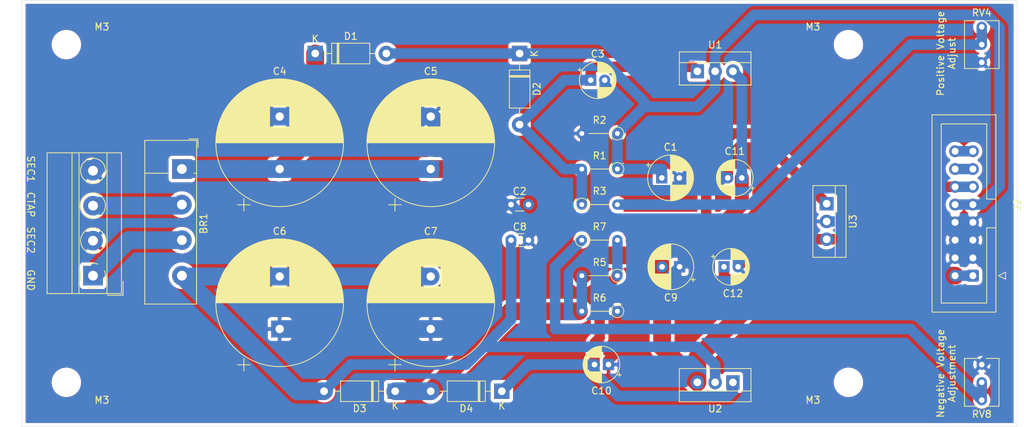
<source format=kicad_pcb>
(kicad_pcb (version 20171130) (host pcbnew "(5.1.10)-1")
  (layers (0 F.Cu signal) (31 B.Cu signal) (34 B.Paste user) (35 F.Paste user) (36 B.SilkS user) (37 F.SilkS user) (38 B.Mask user) (39 F.Mask user) (44 Edge.Cuts user))
  (net 0 "")
  (net 1 "Net-(BR1-Pad4)")
  (net 2 "Net-(BR1-Pad3)")
  (net 3 "Net-(BR1-Pad2)")
  (net 4 "Net-(BR1-Pad1)")
  (net 5 "Net-(C1-Pad1)")
  (net 6 GND)
  (net 7 "Net-(C3-Pad1)")
  (net 8 "Net-(C9-Pad2)")
  (net 9 "Net-(C10-Pad2)")
  (net 10 "Net-(C12-Pad1)")
  (net 11 "Net-(J2-Pad13)")
  (net 12 "Net-(J2-Pad15)")
  (net 13 "Net-(R3-Pad2)")
  (net 14 "Net-(R7-Pad1)")
  (module Connector_IDC:IDC-Header_2x08_P2.54mm_Vertical (layer F.Cu) (at 196.85 92.71 180)
    (fp_text reference J2 (at -6.35 10.16 90) (layer F.SilkS))
    (fp_text value Conn_02x08_Odd_Even)
    (pad 1 thru_hole roundrect (at 0 0 180) (size 1.7 1.7) (drill 1) (layers *.Cu *.Mask) (roundrect_rratio 0.1470588235294118) (net 8 "Net-(C9-Pad2)"))
    (pad 3 thru_hole circle (at 0 2.54 180) (size 1.7 1.7) (drill 1) (layers *.Cu *.Mask) (net 6 GND))
    (pad 5 thru_hole circle (at 0 5.08 180) (size 1.7 1.7) (drill 1) (layers *.Cu *.Mask) (net 6 GND))
    (pad 7 thru_hole circle (at 0 7.62 180) (size 1.7 1.7) (drill 1) (layers *.Cu *.Mask) (net 6 GND))
    (pad 9 thru_hole circle (at 0 10.16 180) (size 1.7 1.7) (drill 1) (layers *.Cu *.Mask) (net 5 "Net-(C1-Pad1)"))
    (pad 11 thru_hole circle (at 0 12.7 180) (size 1.7 1.7) (drill 1) (layers *.Cu *.Mask) (net 10 "Net-(C12-Pad1)"))
    (pad 13 thru_hole circle (at 0 15.24 180) (size 1.7 1.7) (drill 1) (layers *.Cu *.Mask) (net 11 "Net-(J2-Pad13)"))
    (pad 15 thru_hole circle (at 0 17.78 180) (size 1.7 1.7) (drill 1) (layers *.Cu *.Mask) (net 12 "Net-(J2-Pad15)"))
    (pad 2 thru_hole circle (at 2.54 0 180) (size 1.7 1.7) (drill 1) (layers *.Cu *.Mask) (net 8 "Net-(C9-Pad2)"))
    (pad 4 thru_hole circle (at 2.54 2.54 180) (size 1.7 1.7) (drill 1) (layers *.Cu *.Mask) (net 6 GND))
    (pad 6 thru_hole circle (at 2.54 5.08 180) (size 1.7 1.7) (drill 1) (layers *.Cu *.Mask) (net 6 GND))
    (pad 8 thru_hole circle (at 2.54 7.62 180) (size 1.7 1.7) (drill 1) (layers *.Cu *.Mask) (net 6 GND))
    (pad 10 thru_hole circle (at 2.54 10.16 180) (size 1.7 1.7) (drill 1) (layers *.Cu *.Mask) (net 5 "Net-(C1-Pad1)"))
    (pad 12 thru_hole circle (at 2.54 12.7 180) (size 1.7 1.7) (drill 1) (layers *.Cu *.Mask) (net 10 "Net-(C12-Pad1)"))
    (pad 14 thru_hole circle (at 2.54 15.24 180) (size 1.7 1.7) (drill 1) (layers *.Cu *.Mask) (net 11 "Net-(J2-Pad13)"))
    (pad 16 thru_hole circle (at 2.54 17.78 180) (size 1.7 1.7) (drill 1) (layers *.Cu *.Mask) (net 12 "Net-(J2-Pad15)"))
  )
  (module Potentiometer_THT:Potentiometer_Vishay_T73XW_Horizontal (layer F.Cu) (at 198.12 57.15)
    (fp_text reference RV4 (at 0 -2.01) (layer F.SilkS))
    (fp_text value 2k)
    (pad 1 thru_hole circle (at 0 0) (size 1.44 1.44) (drill 0.8) (layers *.Cu *.Mask) (net 13 "Net-(R3-Pad2)"))
    (pad 2 thru_hole circle (at 0 2.54) (size 1.44 1.44) (drill 0.8) (layers *.Cu *.Mask) (net 13 "Net-(R3-Pad2)"))
    (pad 3 thru_hole circle (at 0 5.08) (size 1.44 1.44) (drill 0.8) (layers *.Cu *.Mask) (net 6 GND))
  )
  (module Potentiometer_THT:Potentiometer_Vishay_T73XW_Horizontal (layer F.Cu) (at 198.12 110.49 180)
    (fp_text reference RV8 (at 0 -2.01) (layer F.SilkS))
    (fp_text value 2k)
    (pad 3 thru_hole circle (at 0 5.08 180) (size 1.44 1.44) (drill 0.8) (layers *.Cu *.Mask) (net 6 GND))
    (pad 2 thru_hole circle (at 0 2.54 180) (size 1.44 1.44) (drill 0.8) (layers *.Cu *.Mask) (net 14 "Net-(R7-Pad1)"))
    (pad 1 thru_hole circle (at 0 0 180) (size 1.44 1.44) (drill 0.8) (layers *.Cu *.Mask) (net 14 "Net-(R7-Pad1)"))
  )
  (module MountingHole:MountingHole_3.2mm_M3 (layer F.Cu) (at 179.07 107.95)
    (fp_text reference M3 (at -5.08 2.54) (layer F.SilkS))
    (fp_text value MountingHole_3.2mm_M3)
    (pad 1 np_thru_hole circle (at 0 0) (size 3.2 3.2) (drill 3.2) (layers *.Cu *.Mask))
  )
  (module MountingHole:MountingHole_3.2mm_M3 (layer F.Cu) (at 179.07 59.69)
    (fp_text reference M3 (at -5.08 -2.54) (layer F.SilkS))
    (fp_text value MountingHole_3.2mm_M3)
    (pad 1 np_thru_hole circle (at 0 0) (size 3.2 3.2) (drill 3.2) (layers *.Cu *.Mask))
  )
  (module MountingHole:MountingHole_3.2mm_M3 (layer F.Cu) (at 67.31 107.95)
    (fp_text reference M3 (at 5.08 2.54) (layer F.SilkS))
    (fp_text value MountingHole_3.2mm_M3)
    (pad 1 np_thru_hole circle (at 0 0) (size 3.2 3.2) (drill 3.2) (layers *.Cu *.Mask))
  )
  (module MountingHole:MountingHole_3.2mm_M3 (layer F.Cu) (at 67.31 59.69)
    (fp_text reference M3 (at 5.08 -2.54) (layer F.SilkS))
    (fp_text value MountingHole_3.2mm_M3)
    (pad 1 np_thru_hole circle (at 0 0) (size 3.2 3.2) (drill 3.2) (layers *.Cu *.Mask))
  )
  (module Diode_THT:Diode_Bridge_Vishay_KBU (layer F.Cu) (at 83.82 77.47 270)
    (fp_text reference BR1 (at 7.8 -3.1 90) (layer F.SilkS))
    (fp_text value KBU4B)
    (pad 4 thru_hole circle (at 15.24 0 270) (size 2.8 2.8) (drill 1.4) (layers *.Cu *.Mask) (net 1 "Net-(BR1-Pad4)"))
    (pad 3 thru_hole circle (at 10.16 0 270) (size 2.8 2.8) (drill 1.4) (layers *.Cu *.Mask) (net 2 "Net-(BR1-Pad3)"))
    (pad 2 thru_hole circle (at 5.08 0 270) (size 2.8 2.8) (drill 1.4) (layers *.Cu *.Mask) (net 3 "Net-(BR1-Pad2)"))
    (pad 1 thru_hole rect (at 0 0 270) (size 2.8 2.8) (drill 1.4) (layers *.Cu *.Mask) (net 4 "Net-(BR1-Pad1)"))
  )
  (module Capacitor_THT:CP_Radial_D6.3mm_P2.50mm (layer F.Cu) (at 152.4 78.74)
    (fp_text reference C1 (at 1.25 -4.4) (layer F.SilkS))
    (fp_text value 1uf)
    (pad 1 thru_hole rect (at 0 0) (size 1.6 1.6) (drill 0.8) (layers *.Cu *.Mask) (net 5 "Net-(C1-Pad1)"))
    (pad 2 thru_hole circle (at 2.5 0) (size 1.6 1.6) (drill 0.8) (layers *.Cu *.Mask) (net 6 GND))
  )
  (module Capacitor_THT:C_Disc_D3.0mm_W1.6mm_P2.50mm (layer F.Cu) (at 133.35 82.55 180)
    (fp_text reference C2 (at 1.27 1.905) (layer F.SilkS))
    (fp_text value 0.1uf)
    (pad 2 thru_hole circle (at 2.5 0 180) (size 1.6 1.6) (drill 0.8) (layers *.Cu *.Mask) (net 6 GND))
    (pad 1 thru_hole circle (at 0 0 180) (size 1.6 1.6) (drill 0.8) (layers *.Cu *.Mask) (net 4 "Net-(BR1-Pad1)"))
  )
  (module Capacitor_THT:CP_Radial_D5.0mm_P2.00mm (layer F.Cu) (at 142.24 64.77)
    (fp_text reference C3 (at 1 -3.75) (layer F.SilkS))
    (fp_text value 10uf)
    (pad 1 thru_hole rect (at 0 0) (size 1.6 1.6) (drill 0.8) (layers *.Cu *.Mask) (net 7 "Net-(C3-Pad1)"))
    (pad 2 thru_hole circle (at 2 0) (size 1.6 1.6) (drill 0.8) (layers *.Cu *.Mask) (net 6 GND))
  )
  (module Capacitor_THT:CP_Radial_D18.0mm_P7.50mm (layer F.Cu) (at 97.79 77.47 90)
    (fp_text reference C4 (at 13.97 0 180) (layer F.SilkS))
    (fp_text value 10,000uf)
    (pad 1 thru_hole rect (at 0 0 90) (size 2.4 2.4) (drill 1.2) (layers *.Cu *.Mask) (net 4 "Net-(BR1-Pad1)"))
    (pad 2 thru_hole circle (at 7.5 0 90) (size 2.4 2.4) (drill 1.2) (layers *.Cu *.Mask) (net 6 GND))
  )
  (module Capacitor_THT:CP_Radial_D18.0mm_P7.50mm (layer F.Cu) (at 119.38 77.47 90)
    (fp_text reference C5 (at 13.97 0 180) (layer F.SilkS))
    (fp_text value 10,000uf)
    (pad 1 thru_hole rect (at 0 0 90) (size 2.4 2.4) (drill 1.2) (layers *.Cu *.Mask) (net 4 "Net-(BR1-Pad1)"))
    (pad 2 thru_hole circle (at 7.5 0 90) (size 2.4 2.4) (drill 1.2) (layers *.Cu *.Mask) (net 6 GND))
  )
  (module Capacitor_THT:CP_Radial_D18.0mm_P7.50mm (layer F.Cu) (at 97.79 100.33 90)
    (fp_text reference C6 (at 13.97 0 180) (layer F.SilkS))
    (fp_text value 10,000uf)
    (pad 2 thru_hole circle (at 7.5 0 90) (size 2.4 2.4) (drill 1.2) (layers *.Cu *.Mask) (net 1 "Net-(BR1-Pad4)"))
    (pad 1 thru_hole rect (at 0 0 90) (size 2.4 2.4) (drill 1.2) (layers *.Cu *.Mask) (net 6 GND))
  )
  (module Capacitor_THT:CP_Radial_D18.0mm_P7.50mm (layer F.Cu) (at 119.38 100.33 90)
    (fp_text reference C7 (at 13.97 0 180) (layer F.SilkS))
    (fp_text value 10,000uf)
    (pad 2 thru_hole circle (at 7.5 0 90) (size 2.4 2.4) (drill 1.2) (layers *.Cu *.Mask) (net 1 "Net-(BR1-Pad4)"))
    (pad 1 thru_hole rect (at 0 0 90) (size 2.4 2.4) (drill 1.2) (layers *.Cu *.Mask) (net 6 GND))
  )
  (module Capacitor_THT:C_Disc_D3.0mm_W1.6mm_P2.50mm (layer F.Cu) (at 133.35 87.63 180)
    (fp_text reference C8 (at 1.25 1.905) (layer F.SilkS))
    (fp_text value 0.1uf)
    (pad 1 thru_hole circle (at 0 0 180) (size 1.6 1.6) (drill 0.8) (layers *.Cu *.Mask) (net 6 GND))
    (pad 2 thru_hole circle (at 2.5 0 180) (size 1.6 1.6) (drill 0.8) (layers *.Cu *.Mask) (net 1 "Net-(BR1-Pad4)"))
  )
  (module Capacitor_THT:CP_Radial_D6.3mm_P2.50mm (layer F.Cu) (at 154.94 91.44 180)
    (fp_text reference C9 (at 1.25 -4.4) (layer F.SilkS))
    (fp_text value 1uf)
    (pad 2 thru_hole circle (at 2.5 0 180) (size 1.6 1.6) (drill 0.8) (layers *.Cu *.Mask) (net 8 "Net-(C9-Pad2)"))
    (pad 1 thru_hole rect (at 0 0 180) (size 1.6 1.6) (drill 0.8) (layers *.Cu *.Mask) (net 6 GND))
  )
  (module Capacitor_THT:CP_Radial_D5.0mm_P2.00mm (layer F.Cu) (at 144.78 105.41 180)
    (fp_text reference C10 (at 1 -3.75) (layer F.SilkS))
    (fp_text value 10uf)
    (pad 2 thru_hole circle (at 2 0 180) (size 1.6 1.6) (drill 0.8) (layers *.Cu *.Mask) (net 9 "Net-(C10-Pad2)"))
    (pad 1 thru_hole rect (at 0 0 180) (size 1.6 1.6) (drill 0.8) (layers *.Cu *.Mask) (net 6 GND))
  )
  (module Capacitor_THT:CP_Radial_D5.0mm_P2.00mm (layer F.Cu) (at 163.83 78.74 180)
    (fp_text reference C11 (at 1 3.81) (layer F.SilkS))
    (fp_text value 10uf)
    (pad 1 thru_hole rect (at 0 0 180) (size 1.6 1.6) (drill 0.8) (layers *.Cu *.Mask) (net 4 "Net-(BR1-Pad1)"))
    (pad 2 thru_hole circle (at 2 0 180) (size 1.6 1.6) (drill 0.8) (layers *.Cu *.Mask) (net 6 GND))
  )
  (module Capacitor_THT:CP_Radial_D5.0mm_P2.00mm (layer F.Cu) (at 161.29 91.44)
    (fp_text reference C12 (at 1.27 3.81) (layer F.SilkS))
    (fp_text value 10uf)
    (pad 2 thru_hole circle (at 2 0) (size 1.6 1.6) (drill 0.8) (layers *.Cu *.Mask) (net 6 GND))
    (pad 1 thru_hole rect (at 0 0) (size 1.6 1.6) (drill 0.8) (layers *.Cu *.Mask) (net 10 "Net-(C12-Pad1)"))
  )
  (module Diode_THT:D_DO-41_SOD81_P10.16mm_Horizontal (layer F.Cu) (at 102.87 60.96)
    (fp_text reference D1 (at 5.08 -2.47) (layer F.SilkS))
    (fp_text value 1N4002)
    (fp_text user K (at 0 -2.1) (layer F.SilkS))
    (pad 2 thru_hole oval (at 10.16 0) (size 2.2 2.2) (drill 1.1) (layers *.Cu *.Mask) (net 5 "Net-(C1-Pad1)"))
    (pad 1 thru_hole rect (at 0 0) (size 2.2 2.2) (drill 1.1) (layers *.Cu *.Mask) (net 4 "Net-(BR1-Pad1)"))
  )
  (module Diode_THT:D_DO-41_SOD81_P10.16mm_Horizontal (layer F.Cu) (at 132.08 60.96 270)
    (fp_text reference D2 (at 5.08 -2.47 90) (layer F.SilkS))
    (fp_text value 1N4002)
    (fp_text user K (at 0 -2.1 90) (layer F.SilkS))
    (pad 1 thru_hole rect (at 0 0 270) (size 2.2 2.2) (drill 1.1) (layers *.Cu *.Mask) (net 5 "Net-(C1-Pad1)"))
    (pad 2 thru_hole oval (at 10.16 0 270) (size 2.2 2.2) (drill 1.1) (layers *.Cu *.Mask) (net 7 "Net-(C3-Pad1)"))
  )
  (module Diode_THT:D_DO-41_SOD81_P10.16mm_Horizontal (layer F.Cu) (at 114.3 109.22 180)
    (fp_text reference D3 (at 5.08 -2.47) (layer F.SilkS))
    (fp_text value 1N4002)
    (fp_text user K (at 0 -2.1) (layer F.SilkS))
    (pad 2 thru_hole oval (at 10.16 0 180) (size 2.2 2.2) (drill 1.1) (layers *.Cu *.Mask) (net 1 "Net-(BR1-Pad4)"))
    (pad 1 thru_hole rect (at 0 0 180) (size 2.2 2.2) (drill 1.1) (layers *.Cu *.Mask) (net 8 "Net-(C9-Pad2)"))
  )
  (module Diode_THT:D_DO-41_SOD81_P10.16mm_Horizontal (layer F.Cu) (at 129.54 109.22 180)
    (fp_text reference D4 (at 5.08 -2.47) (layer F.SilkS))
    (fp_text value 1N4002)
    (fp_text user K (at 0 -2.1) (layer F.SilkS))
    (pad 1 thru_hole rect (at 0 0 180) (size 2.2 2.2) (drill 1.1) (layers *.Cu *.Mask) (net 9 "Net-(C10-Pad2)"))
    (pad 2 thru_hole oval (at 10.16 0 180) (size 2.2 2.2) (drill 1.1) (layers *.Cu *.Mask) (net 8 "Net-(C9-Pad2)"))
  )
  (module TerminalBlock_MetzConnect:TerminalBlock_MetzConnect_Type011_RT05504HBWC_1x04_P5.00mm_Horizontal (layer F.Cu) (at 71.12 92.71 90)
    (fp_text reference J1)
    (fp_text value Conn_01x04_Male)
    (pad 1 thru_hole rect (at 0 0 90) (size 2.8 2.8) (drill 1.4) (layers *.Cu *.Mask) (net 2 "Net-(BR1-Pad3)"))
    (pad 2 thru_hole circle (at 5 0 90) (size 2.8 2.8) (drill 1.4) (layers *.Cu *.Mask) (net 6 GND))
    (pad 3 thru_hole circle (at 10 0 90) (size 2.8 2.8) (drill 1.4) (layers *.Cu *.Mask) (net 3 "Net-(BR1-Pad2)"))
    (pad 4 thru_hole circle (at 15 0 90) (size 2.8 2.8) (drill 1.4) (layers *.Cu *.Mask) (net 6 GND))
  )
  (module Resistor_THT:R_Axial_DIN0204_L3.6mm_D1.6mm_P5.08mm_Vertical (layer F.Cu) (at 146.05 77.47 180)
    (fp_text reference R1 (at 2.54 1.905) (layer F.SilkS))
    (fp_text value 240R)
    (pad 1 thru_hole circle (at 0 0 180) (size 1.4 1.4) (drill 0.7) (layers *.Cu *.Mask) (net 5 "Net-(C1-Pad1)"))
    (pad 2 thru_hole oval (at 5.08 0 180) (size 1.4 1.4) (drill 0.7) (layers *.Cu *.Mask) (net 7 "Net-(C3-Pad1)"))
  )
  (module Resistor_THT:R_Axial_DIN0204_L3.6mm_D1.6mm_P5.08mm_Vertical (layer F.Cu) (at 146.05 72.39 180)
    (fp_text reference R2 (at 2.54 1.905) (layer F.SilkS))
    (fp_text value 4.7k)
    (pad 1 thru_hole circle (at 0 0 180) (size 1.4 1.4) (drill 0.7) (layers *.Cu *.Mask) (net 5 "Net-(C1-Pad1)"))
    (pad 2 thru_hole oval (at 5.08 0 180) (size 1.4 1.4) (drill 0.7) (layers *.Cu *.Mask) (net 6 GND))
  )
  (module Resistor_THT:R_Axial_DIN0204_L3.6mm_D1.6mm_P5.08mm_Vertical (layer F.Cu) (at 140.97 82.55)
    (fp_text reference R3 (at 2.54 -1.92) (layer F.SilkS))
    (fp_text value 1k)
    (pad 2 thru_hole oval (at 5.08 0) (size 1.4 1.4) (drill 0.7) (layers *.Cu *.Mask) (net 13 "Net-(R3-Pad2)"))
    (pad 1 thru_hole circle (at 0 0) (size 1.4 1.4) (drill 0.7) (layers *.Cu *.Mask) (net 7 "Net-(C3-Pad1)"))
  )
  (module Resistor_THT:R_Axial_DIN0204_L3.6mm_D1.6mm_P5.08mm_Vertical (layer F.Cu) (at 146.05 92.71 180)
    (fp_text reference R5 (at 2.54 1.905) (layer F.SilkS))
    (fp_text value 240R)
    (pad 1 thru_hole circle (at 0 0 180) (size 1.4 1.4) (drill 0.7) (layers *.Cu *.Mask) (net 9 "Net-(C10-Pad2)"))
    (pad 2 thru_hole oval (at 5.08 0 180) (size 1.4 1.4) (drill 0.7) (layers *.Cu *.Mask) (net 8 "Net-(C9-Pad2)"))
  )
  (module Resistor_THT:R_Axial_DIN0204_L3.6mm_D1.6mm_P5.08mm_Vertical (layer F.Cu) (at 146.05 97.79 180)
    (fp_text reference R6 (at 2.54 1.905) (layer F.SilkS))
    (fp_text value 4.7k)
    (pad 2 thru_hole oval (at 5.08 0 180) (size 1.4 1.4) (drill 0.7) (layers *.Cu *.Mask) (net 8 "Net-(C9-Pad2)"))
    (pad 1 thru_hole circle (at 0 0 180) (size 1.4 1.4) (drill 0.7) (layers *.Cu *.Mask) (net 6 GND))
  )
  (module Resistor_THT:R_Axial_DIN0204_L3.6mm_D1.6mm_P5.08mm_Vertical (layer F.Cu) (at 140.97 87.63)
    (fp_text reference R7 (at 2.54 -1.92) (layer F.SilkS))
    (fp_text value 1k)
    (pad 2 thru_hole oval (at 5.08 0) (size 1.4 1.4) (drill 0.7) (layers *.Cu *.Mask) (net 9 "Net-(C10-Pad2)"))
    (pad 1 thru_hole circle (at 0 0) (size 1.4 1.4) (drill 0.7) (layers *.Cu *.Mask) (net 14 "Net-(R7-Pad1)"))
  )
  (module Package_TO_SOT_THT:TO-262-3_Vertical (layer F.Cu) (at 157.48 63.5)
    (fp_text reference U1 (at 2.54 -3.77) (layer F.SilkS))
    (fp_text value LM317_TO-263)
    (pad 1 thru_hole rect (at 0 0) (size 1.905 2) (drill 1.1) (layers *.Cu *.Mask) (net 7 "Net-(C3-Pad1)"))
    (pad 2 thru_hole oval (at 2.54 0) (size 1.905 2) (drill 1.1) (layers *.Cu *.Mask) (net 5 "Net-(C1-Pad1)"))
    (pad 3 thru_hole oval (at 5.08 0) (size 1.905 2) (drill 1.1) (layers *.Cu *.Mask) (net 4 "Net-(BR1-Pad1)"))
  )
  (module Package_TO_SOT_THT:TO-262-3_Vertical (layer F.Cu) (at 162.56 107.95 180)
    (fp_text reference U2 (at 2.54 -3.77) (layer F.SilkS))
    (fp_text value LM337_TO263)
    (pad 3 thru_hole oval (at 5.08 0 180) (size 1.905 2) (drill 1.1) (layers *.Cu *.Mask) (net 8 "Net-(C9-Pad2)"))
    (pad 2 thru_hole oval (at 2.54 0 180) (size 1.905 2) (drill 1.1) (layers *.Cu *.Mask) (net 1 "Net-(BR1-Pad4)"))
    (pad 1 thru_hole rect (at 0 0 180) (size 1.905 2) (drill 1.1) (layers *.Cu *.Mask) (net 9 "Net-(C10-Pad2)"))
  )
  (module Package_TO_SOT_THT:TO-262-3_Vertical (layer F.Cu) (at 175.9585 82.423 270)
    (fp_text reference U3 (at 2.54 -3.77 90) (layer F.SilkS))
    (fp_text value L7805)
    (pad 1 thru_hole rect (at 0 0 270) (size 1.905 2) (drill 1.1) (layers *.Cu *.Mask) (net 4 "Net-(BR1-Pad1)"))
    (pad 2 thru_hole oval (at 2.54 0 270) (size 1.905 2) (drill 1.1) (layers *.Cu *.Mask) (net 6 GND))
    (pad 3 thru_hole oval (at 5.08 0 270) (size 1.905 2) (drill 1.1) (layers *.Cu *.Mask) (net 10 "Net-(C12-Pad1)"))
  )
  (gr_line (start 203.2 114.3) (end 203.2 53.34) (layer Edge.Cuts) (width 0.05))
  (gr_line (start 60.96 114.3) (end 203.2 114.3) (layer Edge.Cuts) (width 0.05))
  (gr_line (start 60.96 53.34) (end 60.96 114.3) (layer Edge.Cuts) (width 0.05))
  (gr_line (start 203.2 53.34) (end 60.96 53.34) (layer Edge.Cuts) (width 0.05))
  (gr_text "Positive Voltage\nAdjust" (at 193.04 60.96 90) (layer F.SilkS) (effects (font (size 1 1))))
  (gr_text "Negative Voltage\nAdjustment" (at 193.04 106.68 90) (layer F.SilkS) (effects (font (size 1 1))))
  (gr_text GND (at 62.23 93.345 -90) (layer F.SilkS) (effects (font (size 1 1))))
  (gr_text SEC2 (at 62.23 87.63 -90) (layer F.SilkS) (effects (font (size 1 1))))
  (gr_text "CTAP\n" (at 62.23 82.55 -90) (layer F.SilkS) (effects (font (size 1 1))))
  (gr_text SEC1 (at 62.23 77.47 -90) (layer F.SilkS) (effects (font (size 1 1))))
  (segment (start 119.38 92.83) (end 97.79 92.83) (width 2.54) (layer B.Cu) (net 1))
  (segment (start 83.94 92.83) (end 83.82 92.71) (width 2.54) (layer B.Cu) (net 1))
  (segment (start 97.79 92.83) (end 83.94 92.83) (width 2.54) (layer B.Cu) (net 1))
  (segment (start 100.33 109.22) (end 83.82 92.71) (width 2.54) (layer B.Cu) (net 1))
  (segment (start 104.14 109.22) (end 100.33 109.22) (width 2.54) (layer B.Cu) (net 1))
  (segment (start 104.14 109.22) (end 107.95 105.41) (width 1.5) (layer B.Cu) (net 1))
  (segment (start 130.85 87.63) (end 130.85 99.02) (width 1.5) (layer B.Cu) (net 1))
  (segment (start 124.46 105.41) (end 107.95 105.41) (width 1.5) (layer B.Cu) (net 1))
  (segment (start 157.44 102.87) (end 127 102.87) (width 1.5) (layer B.Cu) (net 1))
  (segment (start 160.02 105.45) (end 157.44 102.87) (width 1.5) (layer B.Cu) (net 1))
  (segment (start 160.02 107.95) (end 160.02 105.45) (width 1.5) (layer B.Cu) (net 1))
  (segment (start 127 102.87) (end 124.46 105.41) (width 1.5) (layer B.Cu) (net 1))
  (segment (start 130.85 99.02) (end 127 102.87) (width 1.5) (layer B.Cu) (net 1))
  (segment (start 76.2 87.63) (end 71.12 92.71) (width 2.54) (layer B.Cu) (net 2))
  (segment (start 83.82 87.63) (end 76.2 87.63) (width 2.54) (layer B.Cu) (net 2))
  (segment (start 83.66 82.71) (end 83.82 82.55) (width 2.54) (layer B.Cu) (net 3))
  (segment (start 71.12 82.71) (end 83.66 82.71) (width 2.54) (layer B.Cu) (net 3))
  (segment (start 97.79 77.47) (end 119.38 77.47) (width 2.54) (layer B.Cu) (net 4))
  (segment (start 83.82 77.47) (end 92.71 77.47) (width 2.54) (layer B.Cu) (net 4))
  (segment (start 92.71 77.47) (end 97.79 77.47) (width 2.54) (layer B.Cu) (net 4))
  (segment (start 163.83 64.77) (end 162.56 63.5) (width 1.5) (layer B.Cu) (net 4))
  (segment (start 163.83 78.74) (end 163.83 64.77) (width 1.5) (layer B.Cu) (net 4))
  (segment (start 102.87 72.39) (end 102.87 60.96) (width 2.54) (layer F.Cu) (net 4))
  (segment (start 97.79 77.47) (end 102.87 72.39) (width 2.54) (layer F.Cu) (net 4))
  (segment (start 133.35 81.41863) (end 133.35 82.55) (width 2.54) (layer F.Cu) (net 4))
  (segment (start 129.40137 77.47) (end 133.35 81.41863) (width 2.54) (layer F.Cu) (net 4))
  (segment (start 119.38 77.47) (end 129.40137 77.47) (width 2.54) (layer F.Cu) (net 4))
  (segment (start 135.89 85.09) (end 133.35 82.55) (width 2) (layer F.Cu) (net 4))
  (segment (start 175.9585 82.423) (end 165.9255 72.39) (width 1.5) (layer F.Cu) (net 4))
  (segment (start 165.9255 72.39) (end 162.56 72.39) (width 1.5) (layer F.Cu) (net 4))
  (segment (start 158.75 76.2) (end 158.75 85.09) (width 1.5) (layer F.Cu) (net 4))
  (segment (start 162.56 72.39) (end 158.75 76.2) (width 1.5) (layer F.Cu) (net 4))
  (segment (start 158.75 85.09) (end 135.89 85.09) (width 2) (layer F.Cu) (net 4))
  (segment (start 163.83 82.55) (end 163.83 78.74) (width 2) (layer F.Cu) (net 4))
  (segment (start 161.29 85.09) (end 163.83 82.55) (width 2) (layer F.Cu) (net 4))
  (segment (start 158.75 85.09) (end 161.29 85.09) (width 2) (layer F.Cu) (net 4))
  (segment (start 157.44 68.58) (end 149.86 68.58) (width 1.5) (layer B.Cu) (net 5))
  (segment (start 160.02 66) (end 157.44 68.58) (width 1.5) (layer B.Cu) (net 5))
  (segment (start 160.02 63.5) (end 160.02 66) (width 1.5) (layer B.Cu) (net 5))
  (segment (start 146.05 77.47) (end 146.05 72.39) (width 1.5) (layer B.Cu) (net 5))
  (segment (start 146.05 72.39) (end 149.86 68.58) (width 1.5) (layer B.Cu) (net 5))
  (segment (start 143.020002 60.96) (end 132.08 60.96) (width 1.5) (layer B.Cu) (net 5))
  (segment (start 149.86 67.799998) (end 143.020002 60.96) (width 1.5) (layer B.Cu) (net 5))
  (segment (start 149.86 68.58) (end 149.86 67.799998) (width 1.5) (layer B.Cu) (net 5))
  (segment (start 132.08 60.96) (end 113.03 60.96) (width 1.5) (layer B.Cu) (net 5))
  (segment (start 146.05 77.47) (end 152.4 77.47) (width 1.5) (layer B.Cu) (net 5))
  (segment (start 152.4 77.47) (end 152.4 78.74) (width 1.5) (layer B.Cu) (net 5))
  (segment (start 194.31 82.55) (end 196.85 82.55) (width 1.5) (layer B.Cu) (net 5))
  (segment (start 198.052081 82.55) (end 200.66 79.942081) (width 1.5) (layer B.Cu) (net 5))
  (segment (start 196.85 82.55) (end 198.052081 82.55) (width 1.5) (layer B.Cu) (net 5))
  (segment (start 165.57001 55.44999) (end 160.02 61) (width 1.5) (layer B.Cu) (net 5))
  (segment (start 198.824167 55.44999) (end 165.57001 55.44999) (width 1.5) (layer B.Cu) (net 5))
  (segment (start 160.02 61) (end 160.02 63.5) (width 1.5) (layer B.Cu) (net 5))
  (segment (start 200.66 57.285823) (end 198.824167 55.44999) (width 1.5) (layer B.Cu) (net 5))
  (segment (start 200.66 79.942081) (end 200.66 57.285823) (width 1.5) (layer B.Cu) (net 5))
  (segment (start 78.86 69.97) (end 97.79 69.97) (width 2.54) (layer B.Cu) (net 6))
  (segment (start 71.12 77.71) (end 78.86 69.97) (width 2.54) (layer B.Cu) (net 6))
  (segment (start 97.79 69.97) (end 119.38 69.97) (width 2.54) (layer B.Cu) (net 6))
  (segment (start 119.38 69.97) (end 126.88 77.47) (width 2.54) (layer B.Cu) (net 6))
  (segment (start 97.79 100.33) (end 119.38 100.33) (width 2.54) (layer B.Cu) (net 6))
  (segment (start 143.51 80.01) (end 143.740001 80.240001) (width 1) (layer B.Cu) (net 6))
  (segment (start 71.12 87.71) (end 64.85 87.71) (width 2.54) (layer B.Cu) (net 6))
  (segment (start 64.85 87.71) (end 64.77 87.63) (width 2.54) (layer B.Cu) (net 6))
  (segment (start 64.77 87.63) (end 64.77 77.47) (width 2.54) (layer B.Cu) (net 6))
  (segment (start 70.88 77.47) (end 71.12 77.71) (width 2.54) (layer B.Cu) (net 6))
  (segment (start 64.77 77.47) (end 70.88 77.47) (width 2.54) (layer B.Cu) (net 6))
  (segment (start 144.24 69.12) (end 140.97 72.39) (width 1.5) (layer B.Cu) (net 6))
  (segment (start 144.24 64.77) (end 144.24 69.12) (width 1.5) (layer B.Cu) (net 6))
  (segment (start 143.51 74.93) (end 143.51 76.2) (width 1.5) (layer B.Cu) (net 6))
  (segment (start 140.97 72.39) (end 143.51 74.93) (width 1.5) (layer B.Cu) (net 6))
  (segment (start 143.51 76.2) (end 143.51 80.01) (width 1.5) (layer B.Cu) (net 6))
  (segment (start 154.9 79.87137) (end 154.9 78.74) (width 1.5) (layer B.Cu) (net 6))
  (segment (start 154.281369 80.490001) (end 154.9 79.87137) (width 1.5) (layer B.Cu) (net 6))
  (segment (start 143.990001 80.490001) (end 154.281369 80.490001) (width 1.5) (layer B.Cu) (net 6))
  (segment (start 143.740001 80.240001) (end 143.990001 80.490001) (width 1.5) (layer B.Cu) (net 6))
  (segment (start 154.9 78.74) (end 161.83 78.74) (width 1.5) (layer B.Cu) (net 6))
  (segment (start 148.59 97.79) (end 154.94 91.44) (width 1.5) (layer B.Cu) (net 6))
  (segment (start 146.05 97.79) (end 148.59 97.79) (width 1.5) (layer B.Cu) (net 6))
  (segment (start 156.690001 89.689999) (end 154.94 91.44) (width 1.5) (layer B.Cu) (net 6))
  (segment (start 162.850001 89.689999) (end 156.690001 89.689999) (width 1.5) (layer B.Cu) (net 6))
  (segment (start 163.29 90.129998) (end 162.850001 89.689999) (width 1.5) (layer B.Cu) (net 6))
  (segment (start 163.29 91.44) (end 163.29 90.129998) (width 1.5) (layer B.Cu) (net 6))
  (segment (start 128.27 82.55) (end 126.88 83.94) (width 1.5) (layer B.Cu) (net 6))
  (segment (start 130.85 82.55) (end 128.27 82.55) (width 1.5) (layer B.Cu) (net 6))
  (segment (start 126.88 77.47) (end 126.88 83.94) (width 2.54) (layer B.Cu) (net 6))
  (segment (start 133.35 85.05) (end 130.85 82.55) (width 1.5) (layer B.Cu) (net 6))
  (segment (start 133.35 87.63) (end 133.35 85.05) (width 1.5) (layer B.Cu) (net 6))
  (segment (start 119.38 100.33) (end 124.46 100.33) (width 2.54) (layer B.Cu) (net 6))
  (segment (start 126.88 97.91) (end 126.88 83.94) (width 2.54) (layer B.Cu) (net 6))
  (segment (start 124.46 100.33) (end 126.88 97.91) (width 2.54) (layer B.Cu) (net 6))
  (segment (start 133.35 85.05) (end 143.47 85.05) (width 1.5) (layer B.Cu) (net 6))
  (segment (start 143.740001 84.779999) (end 143.740001 80.240001) (width 1.5) (layer B.Cu) (net 6))
  (segment (start 143.47 85.05) (end 143.740001 84.779999) (width 1.5) (layer B.Cu) (net 6))
  (segment (start 161.83 77.429998) (end 161.83 78.74) (width 1.5) (layer F.Cu) (net 6))
  (segment (start 163.694998 75.565) (end 161.83 77.429998) (width 1.5) (layer F.Cu) (net 6))
  (segment (start 165.1 75.565) (end 163.694998 75.565) (width 1.5) (layer F.Cu) (net 6))
  (segment (start 167.005 77.47) (end 165.1 75.565) (width 1.5) (layer F.Cu) (net 6))
  (segment (start 167.005 87.725) (end 167.005 77.47) (width 1.5) (layer F.Cu) (net 6))
  (segment (start 163.29 91.44) (end 167.005 87.725) (width 1.5) (layer F.Cu) (net 6))
  (segment (start 144.78 105.41) (end 144.78 104.775) (width 1.5) (layer F.Cu) (net 6))
  (segment (start 146.05 103.505) (end 146.05 97.79) (width 1.5) (layer F.Cu) (net 6))
  (segment (start 144.78 104.775) (end 146.05 103.505) (width 1.5) (layer F.Cu) (net 6))
  (segment (start 196.85 90.17) (end 196.85 87.63) (width 1.5) (layer B.Cu) (net 6))
  (segment (start 196.85 87.63) (end 196.85 85.09) (width 1.5) (layer B.Cu) (net 6))
  (segment (start 196.85 85.09) (end 194.31 85.09) (width 1.5) (layer B.Cu) (net 6))
  (segment (start 194.31 85.09) (end 194.31 87.63) (width 1.5) (layer B.Cu) (net 6))
  (segment (start 194.31 87.63) (end 194.31 90.17) (width 1.5) (layer B.Cu) (net 6))
  (segment (start 194.31 90.17) (end 196.85 90.17) (width 1.5) (layer B.Cu) (net 6))
  (segment (start 196.85 90.17) (end 194.31 87.63) (width 1.5) (layer B.Cu) (net 6))
  (segment (start 194.31 90.17) (end 196.85 87.63) (width 1.5) (layer B.Cu) (net 6))
  (segment (start 196.85 87.63) (end 194.31 85.09) (width 1.5) (layer B.Cu) (net 6))
  (segment (start 194.31 87.63) (end 196.85 85.09) (width 1.5) (layer B.Cu) (net 6))
  (segment (start 196.85 87.63) (end 194.31 87.63) (width 1.5) (layer B.Cu) (net 6))
  (segment (start 198.052081 90.17) (end 200.66 92.777919) (width 1.5) (layer B.Cu) (net 6))
  (segment (start 196.85 90.17) (end 198.052081 90.17) (width 1.5) (layer B.Cu) (net 6))
  (segment (start 200.66 102.87) (end 198.12 105.41) (width 1.5) (layer B.Cu) (net 6))
  (segment (start 200.66 92.777919) (end 200.66 102.87) (width 1.5) (layer B.Cu) (net 6))
  (segment (start 179.03 83.82) (end 180.3 85.09) (width 1.5) (layer B.Cu) (net 6))
  (segment (start 179.03 83.82) (end 179.03 78.78) (width 1.5) (layer B.Cu) (net 6))
  (segment (start 179.03 78.78) (end 178.99 78.74) (width 1.5) (layer B.Cu) (net 6))
  (segment (start 174.639998 78.78) (end 163.29 90.129998) (width 1.5) (layer B.Cu) (net 6))
  (segment (start 179.03 78.78) (end 174.639998 78.78) (width 1.5) (layer B.Cu) (net 6))
  (segment (start 198.12 62.23) (end 189.23 62.23) (width 1.5) (layer B.Cu) (net 6))
  (segment (start 189.23 62.23) (end 189.23 85.09) (width 1.5) (layer B.Cu) (net 6))
  (segment (start 189.23 85.09) (end 194.31 85.09) (width 1.5) (layer B.Cu) (net 6))
  (segment (start 180.3 85.09) (end 189.23 85.09) (width 1.5) (layer B.Cu) (net 6))
  (segment (start 180.173 84.963) (end 180.3 85.09) (width 1.5) (layer B.Cu) (net 6))
  (segment (start 175.9585 84.963) (end 180.173 84.963) (width 1.5) (layer B.Cu) (net 6))
  (segment (start 138.43 64.77) (end 132.08 71.12) (width 1.5) (layer B.Cu) (net 7))
  (segment (start 142.24 64.77) (end 138.43 64.77) (width 1.5) (layer B.Cu) (net 7))
  (segment (start 138.43 77.47) (end 132.08 71.12) (width 1.5) (layer B.Cu) (net 7))
  (segment (start 140.97 77.47) (end 138.43 77.47) (width 1.5) (layer B.Cu) (net 7))
  (segment (start 140.97 82.55) (end 140.97 77.47) (width 1.5) (layer B.Cu) (net 7))
  (segment (start 142.24 64.77) (end 142.24 62.865) (width 1.5) (layer F.Cu) (net 7))
  (segment (start 156.845 62.865) (end 157.48 63.5) (width 1.5) (layer F.Cu) (net 7))
  (segment (start 142.24 62.865) (end 156.845 62.865) (width 1.5) (layer F.Cu) (net 7))
  (segment (start 114.3 109.22) (end 119.38 109.22) (width 2.54) (layer B.Cu) (net 8))
  (segment (start 140.97 92.71) (end 140.97 97.79) (width 1.5) (layer B.Cu) (net 8))
  (segment (start 140.97 97.79) (end 130.81 97.79) (width 1.5) (layer F.Cu) (net 8))
  (segment (start 194.31 92.71) (end 196.85 92.71) (width 1.5) (layer B.Cu) (net 8))
  (segment (start 150.800001 89.800001) (end 152.44 91.44) (width 2.54) (layer F.Cu) (net 8))
  (segment (start 143.879999 89.800001) (end 150.800001 89.800001) (width 2.54) (layer F.Cu) (net 8))
  (segment (start 140.97 92.71) (end 143.879999 89.800001) (width 2.54) (layer F.Cu) (net 8))
  (segment (start 152.44 102.91) (end 157.48 107.95) (width 2.54) (layer F.Cu) (net 8))
  (segment (start 152.44 91.44) (end 152.44 102.91) (width 2.54) (layer F.Cu) (net 8))
  (segment (start 157.48 104.41) (end 157.48 107.95) (width 2.54) (layer F.Cu) (net 8))
  (segment (start 169.18 92.71) (end 157.48 104.41) (width 2.54) (layer F.Cu) (net 8))
  (segment (start 194.31 92.71) (end 169.18 92.71) (width 2.54) (layer F.Cu) (net 8))
  (segment (start 119.38 109.22) (end 130.81 97.79) (width 2.54) (layer F.Cu) (net 8))
  (segment (start 130.81 97.79) (end 140.55999 97.79) (width 2.54) (layer F.Cu) (net 8))
  (segment (start 146.05 87.63) (end 146.05 92.71) (width 1.5) (layer B.Cu) (net 9))
  (segment (start 162.56 107.95) (end 162.56 109.22) (width 1.5) (layer B.Cu) (net 9))
  (segment (start 142.78 106.54137) (end 142.78 105.41) (width 1.5) (layer B.Cu) (net 9))
  (segment (start 146.13864 109.90001) (end 142.78 106.54137) (width 1.5) (layer B.Cu) (net 9))
  (segment (start 161.87999 109.90001) (end 146.13864 109.90001) (width 1.5) (layer B.Cu) (net 9))
  (segment (start 162.56 109.22) (end 161.87999 109.90001) (width 1.5) (layer B.Cu) (net 9))
  (segment (start 133.35 105.41) (end 129.54 109.22) (width 1.5) (layer B.Cu) (net 9))
  (segment (start 142.78 105.41) (end 133.35 105.41) (width 1.5) (layer B.Cu) (net 9))
  (segment (start 142.78 105.41) (end 142.78 102.33) (width 1.5) (layer F.Cu) (net 9))
  (segment (start 142.78 102.33) (end 143.51 101.6) (width 1.5) (layer F.Cu) (net 9))
  (segment (start 143.51 95.25) (end 146.05 92.71) (width 1.5) (layer F.Cu) (net 9))
  (segment (start 143.51 101.6) (end 143.51 95.25) (width 1.5) (layer F.Cu) (net 9))
  (segment (start 194.31 80.01) (end 196.85 80.01) (width 1.5) (layer B.Cu) (net 10))
  (segment (start 161.29 91.44) (end 161.29 92.71) (width 1.5) (layer F.Cu) (net 10))
  (segment (start 162.56 93.98) (end 163.83 93.98) (width 1.5) (layer F.Cu) (net 10))
  (segment (start 161.29 92.71) (end 162.56 93.98) (width 1.5) (layer F.Cu) (net 10))
  (segment (start 170.307 87.503) (end 175.9585 87.503) (width 1.5) (layer F.Cu) (net 10))
  (segment (start 163.83 93.98) (end 170.307 87.503) (width 1.5) (layer F.Cu) (net 10))
  (segment (start 175.9585 87.503) (end 180.467 87.503) (width 1.5) (layer F.Cu) (net 10))
  (segment (start 187.96 80.01) (end 194.31 80.01) (width 1.5) (layer F.Cu) (net 10))
  (segment (start 180.467 87.503) (end 187.96 80.01) (width 1.5) (layer F.Cu) (net 10))
  (segment (start 194.31 77.47) (end 196.85 77.47) (width 1.5) (layer B.Cu) (net 11))
  (segment (start 194.31 74.93) (end 196.85 74.93) (width 1.5) (layer B.Cu) (net 12))
  (segment (start 198.12 57.15) (end 198.12 59.69) (width 1.5) (layer B.Cu) (net 13))
  (segment (start 146.05 82.55) (end 165.1 82.55) (width 1.5) (layer B.Cu) (net 13))
  (segment (start 187.96 59.69) (end 198.12 59.69) (width 1.5) (layer B.Cu) (net 13))
  (segment (start 165.1 82.55) (end 187.96 59.69) (width 1.5) (layer B.Cu) (net 13))
  (segment (start 137.16 91.44) (end 140.97 87.63) (width 1.5) (layer B.Cu) (net 14))
  (segment (start 137.16 100.33) (end 137.16 91.44) (width 1.5) (layer B.Cu) (net 14))
  (segment (start 198.12 110.49) (end 198.12 107.95) (width 1.5) (layer B.Cu) (net 14))
  (segment (start 187.96 100.33) (end 198.12 110.49) (width 1.5) (layer B.Cu) (net 14))
  (segment (start 137.16 100.33) (end 187.96 100.33) (width 1.5) (layer B.Cu) (net 14))
  (zone (net 6) (net_name GND) (layer F.Cu) (connect_pads (clearance 0.508)) (min_thickness 0.254) (fill yes (arc_segments 32) (thermal_gap 0.508) (thermal_bridge_width 0.508))
    (polygon (pts (xy 203.2 114.3) (xy 60.96 114.3) (xy 60.96 53.34) (xy 203.2 53.34)))
  )
  (zone (net 6) (net_name GND) (layer B.Cu) (connect_pads (clearance 0.508)) (min_thickness 0.254) (fill yes (arc_segments 32) (thermal_gap 0.508) (thermal_bridge_width 0.508))
    (polygon (pts (xy 203.2 114.3) (xy 60.96 114.3) (xy 60.96 53.34) (xy 203.2 53.34)))
  )
)
</source>
